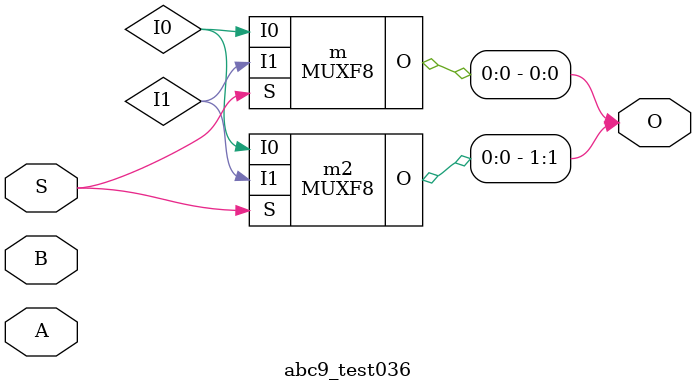
<source format=v>
module abc9_test001(input a, output o);
assign o = a;
endmodule

module abc9_test002(input [1:0] a, output o);
assign o = a[1];
endmodule

module abc9_test003(input [1:0] a, output [1:0] o);
assign o = a;
endmodule

module abc9_test004(input [1:0] a, output o);
assign o = ^a;
endmodule

module abc9_test005(input [1:0] a, output o, output p);
assign o = ^a;
assign p = ~o;
endmodule

module abc9_test006(input [1:0] a, output [2:0] o);
assign o[0] = ^a;
assign o[1] = ~o[0];
assign o[2] = o[1];
endmodule

module abc9_test007(input a, output o);
wire b, c;
assign c = ~a;
assign b = c;
abc9_test007_sub s(b, o);
endmodule

module abc9_test007_sub(input a, output b);
assign b = a;
endmodule

module abc9_test008(input a, output o);
wire b, c;
assign b = ~a;
assign c = b;
abc9_test008_sub s(b, o);
endmodule

module abc9_test008_sub(input a, output b);
assign b = ~a;
endmodule

module abc9_test009(inout io, input oe);
reg latch;
always @(io or oe)
    if (!oe)
        latch <= io;
assign io = oe ? ~latch : 1'bz;
endmodule

module abc9_test010(inout [7:0] io, input oe);
reg [7:0] latch;
always @(io or oe)
    if (!oe)
        latch <= io;
assign io = oe ? ~latch : 8'bz;
endmodule

module abc9_test011(inout io, input oe);
reg latch;
always @(io or oe)
    if (!oe)
        latch <= io;
//assign io = oe ? ~latch : 8'bz;
endmodule

module abc9_test012(inout io, input oe);
reg latch;
//always @(io or oe)
//    if (!oe)
//        latch <= io;
assign io = oe ? ~latch : 8'bz;
endmodule

module abc9_test013(inout [3:0] io, input oe);
reg [3:0] latch;
always @(io or oe)
    if (!oe)
        latch[3:0] <= io[3:0];
    else
        latch[7:4] <= io;
assign io[3:0] = oe ? ~latch[3:0] : 4'bz;
assign io[7:4] = !oe ? {latch[4], latch[7:3]} : 4'bz;
endmodule

module abc9_test014(inout [7:0] io, input oe);
abc9_test012_sub sub(io, oe);
endmodule

module abc9_test012_sub(inout [7:0] io, input oe);
reg [7:0] latch;
always @(io or oe)
    if (!oe)
        latch[3:0] <= io;
    else
        latch[7:4] <= io;
assign io[3:0] = oe ? ~latch[3:0] : 4'bz;
assign io[7:4] = !oe ? {latch[4], latch[7:3]} : 4'bz;
endmodule

module abc9_test015(input a, output b, input c);
assign b = ~a;
(* keep *) wire d;
assign d = ~c;
endmodule

module abc9_test016(input a, output b);
assign b = ~a;
(* keep *) reg c;
always @* c <= ~a;
endmodule

module abc9_test017(input a, output b);
assign b = ~a;
(* keep *) reg c;
always @* c = b;
endmodule

module abc9_test018(input a, output b, output c);
assign b = ~a;
(* keep *) wire [1:0] d;
assign c = &d;
endmodule

module abc9_test019(input a, output b);
assign b = ~a;
(* keep *) reg [1:0] c;
reg d;
always @* d <= &c;
endmodule

module abc9_test020(input a, output b);
assign b = ~a;
(* keep *) reg [1:0] c;
(* keep *) reg d;
always @* d <= &c;
endmodule

// Citation: https://github.com/alexforencich/verilog-ethernet
module abc9_test021(clk, rst, s_eth_hdr_valid, s_eth_hdr_ready, s_eth_dest_mac, s_eth_src_mac, s_eth_type, s_eth_payload_axis_tdata, s_eth_payload_axis_tkeep, s_eth_payload_axis_tvalid, s_eth_payload_axis_tready, s_eth_payload_axis_tlast, s_eth_payload_axis_tid, s_eth_payload_axis_tdest, s_eth_payload_axis_tuser, m_eth_hdr_valid, m_eth_hdr_ready, m_eth_dest_mac, m_eth_src_mac, m_eth_type, m_eth_payload_axis_tdata, m_eth_payload_axis_tkeep, m_eth_payload_axis_tvalid, m_eth_payload_axis_tready, m_eth_payload_axis_tlast, m_eth_payload_axis_tid, m_eth_payload_axis_tdest, m_eth_payload_axis_tuser);
  input clk;
  output [47:0] m_eth_dest_mac;
  input m_eth_hdr_ready;
  output m_eth_hdr_valid;
  output [7:0] m_eth_payload_axis_tdata;
  output [7:0] m_eth_payload_axis_tdest;
  output [7:0] m_eth_payload_axis_tid;
  output m_eth_payload_axis_tkeep;
  output m_eth_payload_axis_tlast;
  input m_eth_payload_axis_tready;
  output m_eth_payload_axis_tuser;
  output m_eth_payload_axis_tvalid;
  output [47:0] m_eth_src_mac;
  output [15:0] m_eth_type;
  input rst;
  input [191:0] s_eth_dest_mac;
  output [3:0] s_eth_hdr_ready;
  input [3:0] s_eth_hdr_valid;
  input [31:0] s_eth_payload_axis_tdata;
  input [31:0] s_eth_payload_axis_tdest;
  input [31:0] s_eth_payload_axis_tid;
  input [3:0] s_eth_payload_axis_tkeep;
  input [3:0] s_eth_payload_axis_tlast;
  output [3:0] s_eth_payload_axis_tready;
  input [3:0] s_eth_payload_axis_tuser;
  input [3:0] s_eth_payload_axis_tvalid;
  input [191:0] s_eth_src_mac;
  input [63:0] s_eth_type;
  (* keep *)
  wire [0:0] grant, request;
  wire a;
  not u0 (
    a,
    grant[0]
  );
  and u1  (
    request[0],
    s_eth_hdr_valid[0],
    a
  );
  (* keep *)
  MUXF8 u2  (
    .I0(1'bx),
    .I1(1'bx),
    .O(o),
    .S(1'bx)
  );
  arbiter  arb_inst (
    .acknowledge(acknowledge),
    .clk(clk),
    .grant(grant),
    .grant_encoded(grant_encoded),
    .grant_valid(grant_valid),
    .request(request),
    .rst(rst)
  );
endmodule

module arbiter (clk, rst, request, acknowledge, grant, grant_valid, grant_encoded);
  input [3:0] acknowledge;
  input clk;
  output [3:0] grant;
  output [1:0] grant_encoded;
  output grant_valid;
  input [3:0] request;
  input rst;
endmodule

(* abc9_box_id=1, whitebox *)
module MUXF8(input I0, I1, S, output O);
endmodule

// Citation: https://github.com/alexforencich/verilog-ethernet
module abc9_test022
(
    input  wire        clk,
    input  wire        i,
    output wire [7:0]  m_eth_payload_axis_tkeep
);
    reg [7:0]  m_eth_payload_axis_tkeep_reg = 8'd0;
    assign m_eth_payload_axis_tkeep = m_eth_payload_axis_tkeep_reg;
    always @(posedge clk)
        m_eth_payload_axis_tkeep_reg <= i ? 8'hff : 8'h0f;
endmodule

// Citation: https://github.com/riscv/riscv-bitmanip
module abc9_test023 #(
	parameter integer N = 2,
	parameter integer M = 2
) (
	input [7:0] din,
	output [M-1:0] dout
);
	wire [2*M-1:0] mask = {M{1'b1}};
	assign dout = (mask << din[N-1:0]) >> M;
endmodule

module abc9_test024(input [3:0] i, output [3:0] o);
abc9_test024_sub a(i[1:0], o[1:0]);
endmodule

module abc9_test024_sub(input [1:0] i, output [1:0] o);
assign o = i;
endmodule

module abc9_test025(input [3:0] i, output [3:0] o);
abc9_test024_sub a(i[2:1], o[2:1]);
endmodule

module abc9_test026(output [3:0] o, p);
assign o = { 1'b1, 1'bx };
assign p = { 1'b1, 1'bx, 1'b0 };
endmodule

module abc9_test030(input [3:0] d, input en, output reg [3:0] q);
always @*
  if (en)
    q <= d;
endmodule

module abc9_test031(input clk1, clk2, d, output reg q1, q2);
always @(posedge clk1) q1 <= d;
always @(negedge clk2) q2 <= q1;
endmodule

module abc9_test032(input clk, d, r, output reg q);
always @(posedge clk or posedge r)
    if (r) q <= 1'b0;
    else q <= d;
endmodule

module abc9_test033(input clk, d, r, output reg q);
always @(negedge clk or posedge r)
    if (r) q <= 1'b1;
    else q <= d;
endmodule

module abc9_test034(input clk, d, output reg q1, q2);
always @(posedge clk) q1 <= d;
always @(posedge clk) q2 <= q1;
endmodule

module abc9_test035(input clk, d, output reg [1:0] q);
always @(posedge clk) q[0] <= d;
always @(negedge clk) q[1] <= q[0];
endmodule

module abc9_test036(input A, B, S, output [1:0] O);
  (* keep *)
  MUXF8 m  (
    .I0(I0),
    .I1(I1),
    .O(O[0]),
    .S(S)
  );
  MUXF8 m2  (
    .I0(I0),
    .I1(I1),
    .O(O[1]),
    .S(S)
  );
endmodule

</source>
